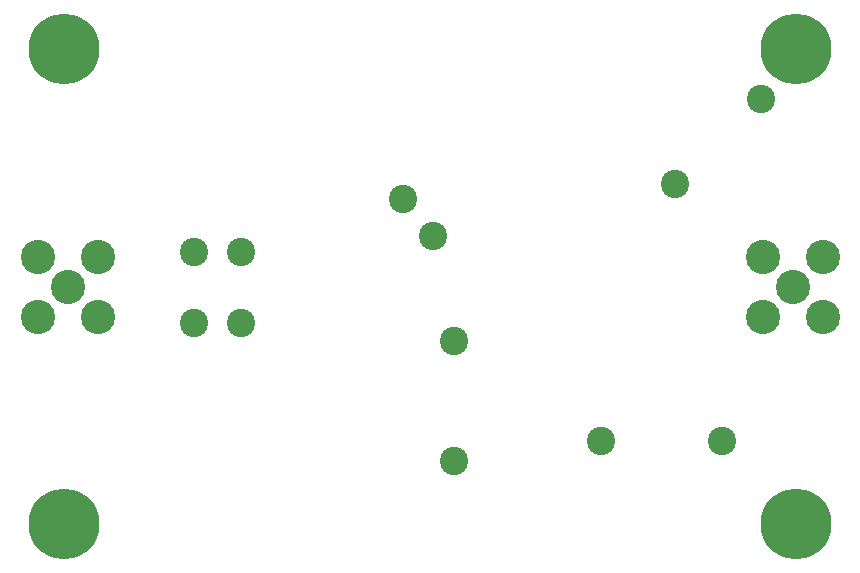
<source format=gts>
G04 #@! TF.FileFunction,Soldermask,Top*
%FSLAX46Y46*%
G04 Gerber Fmt 4.6, Leading zero omitted, Abs format (unit mm)*
G04 Created by KiCad (PCBNEW 4.0.7-e2-6376~61~ubuntu18.04.1) date Thu Feb 13 11:23:38 2020*
%MOMM*%
%LPD*%
G01*
G04 APERTURE LIST*
%ADD10C,0.100000*%
%ADD11C,2.400000*%
%ADD12C,2.900000*%
%ADD13C,6.000000*%
G04 APERTURE END LIST*
D10*
D11*
X97000000Y-115500000D03*
X97000000Y-125700000D03*
X79000000Y-108000000D03*
X75000000Y-108000000D03*
D12*
X61760000Y-113440000D03*
X61760000Y-108360000D03*
X66840000Y-108360000D03*
X66840000Y-113440000D03*
X64300000Y-110900000D03*
X123160000Y-113440000D03*
X123160000Y-108360000D03*
X128240000Y-108360000D03*
X128240000Y-113440000D03*
X125700000Y-110900000D03*
D11*
X79000000Y-114000000D03*
X75000000Y-114000000D03*
X95200000Y-106600000D03*
X92700000Y-103500000D03*
X109500000Y-124000000D03*
X119700000Y-124000000D03*
X115699999Y-102200000D03*
X123000001Y-94999999D03*
D13*
X64000000Y-131000000D03*
X126000000Y-131000000D03*
X126000000Y-90800000D03*
X64000000Y-90800000D03*
M02*

</source>
